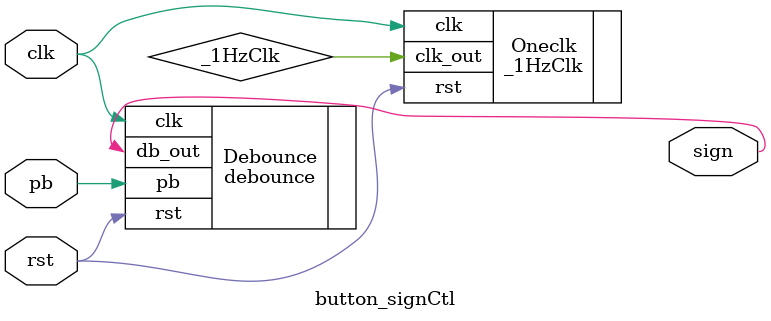
<source format=v>
`timescale 1ns / 1ps


module button_signCtl(clk ,rst, pb, sign);
input clk, rst, pb;
output sign;

wire _1HzClk;
wire db_out;

_1HzClk Oneclk(.clk(clk), .rst(rst), .clk_out(_1HzClk));
debounce Debounce(.clk(clk), .rst(rst), .pb(pb), .db_out(sign));
//one_pluse OnePulse(.clk(_1HzClk), .rst(rst), .trig(pb), .sign(sign));


endmodule

</source>
